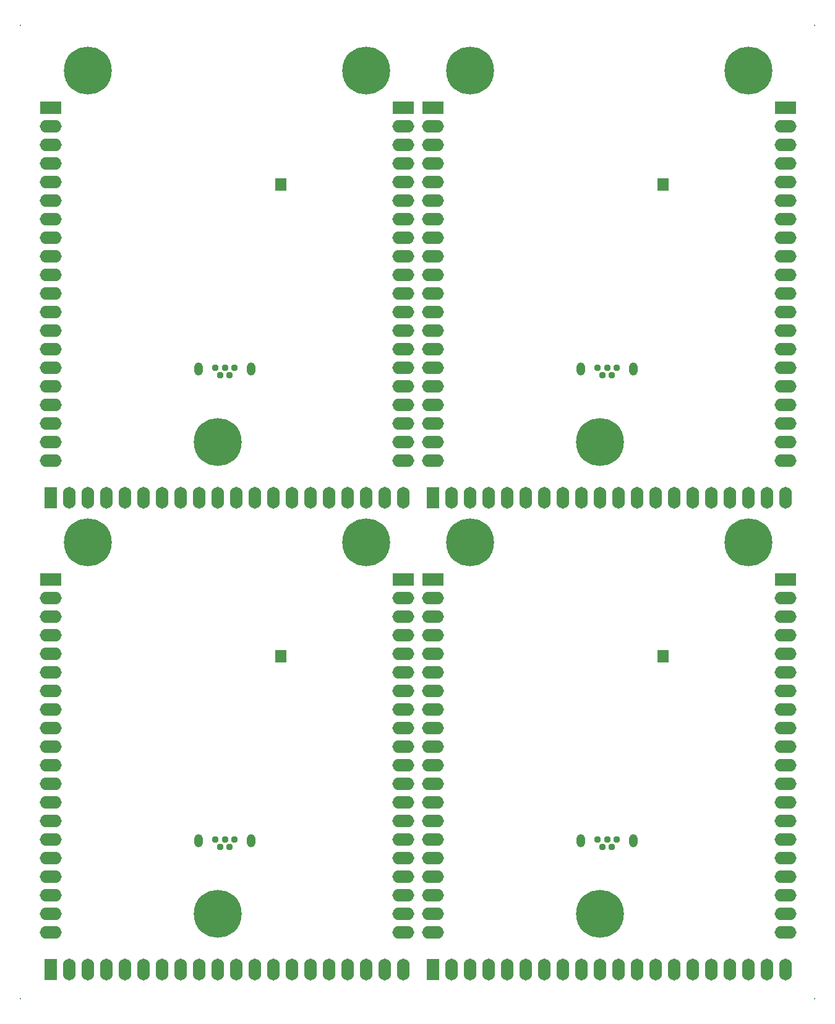
<source format=gbs>
G04 Layer_Color=16711935*
%FSLAX25Y25*%
%MOIN*%
G70*
G01*
G75*
%ADD48C,0.00800*%
%ADD49C,0.25800*%
%ADD50R,0.11800X0.06800*%
%ADD51O,0.11800X0.06800*%
%ADD52R,0.06800X0.11800*%
%ADD53O,0.06800X0.11800*%
%ADD54C,0.03753*%
G04:AMPARAMS|DCode=55|XSize=47.37mil|YSize=70.99mil|CornerRadius=23.68mil|HoleSize=0mil|Usage=FLASHONLY|Rotation=0.000|XOffset=0mil|YOffset=0mil|HoleType=Round|Shape=RoundedRectangle|*
%AMROUNDEDRECTD55*
21,1,0.04737,0.02362,0,0,0.0*
21,1,0.00000,0.07099,0,0,0.0*
1,1,0.04737,0.00000,-0.01181*
1,1,0.04737,0.00000,-0.01181*
1,1,0.04737,0.00000,0.01181*
1,1,0.04737,0.00000,0.01181*
%
%ADD55ROUNDEDRECTD55*%
%ADD56R,0.06299X0.07087*%
%ADD57R,0.05800X0.03300*%
D48*
X-7874Y516374D02*
D03*
X-7874Y-7874D02*
D03*
X419874D02*
D03*
Y516374D02*
D03*
D49*
X98200Y37800D02*
D03*
X28200Y237800D02*
D03*
X178200D02*
D03*
X304200Y37800D02*
D03*
X234200Y237800D02*
D03*
X384200D02*
D03*
X98200Y291800D02*
D03*
X28200Y491800D02*
D03*
X178200D02*
D03*
X304200Y291800D02*
D03*
X234200Y491800D02*
D03*
X384200D02*
D03*
D50*
X8200Y217800D02*
D03*
X198200D02*
D03*
X214200D02*
D03*
X404200D02*
D03*
X8200Y471800D02*
D03*
X198200D02*
D03*
X214200D02*
D03*
X404200D02*
D03*
D51*
X8200Y207800D02*
D03*
Y197800D02*
D03*
Y187800D02*
D03*
Y177800D02*
D03*
Y167800D02*
D03*
Y157800D02*
D03*
Y147800D02*
D03*
Y137800D02*
D03*
Y127800D02*
D03*
Y117800D02*
D03*
Y107800D02*
D03*
Y97800D02*
D03*
Y87800D02*
D03*
Y77800D02*
D03*
Y67800D02*
D03*
Y57800D02*
D03*
Y47800D02*
D03*
Y37800D02*
D03*
Y27800D02*
D03*
X198200Y207800D02*
D03*
Y197800D02*
D03*
Y187800D02*
D03*
Y177800D02*
D03*
Y167800D02*
D03*
Y157800D02*
D03*
Y147800D02*
D03*
Y137800D02*
D03*
Y127800D02*
D03*
Y117800D02*
D03*
Y107800D02*
D03*
Y97800D02*
D03*
Y87800D02*
D03*
Y77800D02*
D03*
Y67800D02*
D03*
Y57800D02*
D03*
Y47800D02*
D03*
Y37800D02*
D03*
Y27800D02*
D03*
X214200Y207800D02*
D03*
Y197800D02*
D03*
Y187800D02*
D03*
Y177800D02*
D03*
Y167800D02*
D03*
Y157800D02*
D03*
Y147800D02*
D03*
Y137800D02*
D03*
Y127800D02*
D03*
Y117800D02*
D03*
Y107800D02*
D03*
Y97800D02*
D03*
Y87800D02*
D03*
Y77800D02*
D03*
Y67800D02*
D03*
Y57800D02*
D03*
Y47800D02*
D03*
Y37800D02*
D03*
Y27800D02*
D03*
X404200Y207800D02*
D03*
Y197800D02*
D03*
Y187800D02*
D03*
Y177800D02*
D03*
Y167800D02*
D03*
Y157800D02*
D03*
Y147800D02*
D03*
Y137800D02*
D03*
Y127800D02*
D03*
Y117800D02*
D03*
Y107800D02*
D03*
Y97800D02*
D03*
Y87800D02*
D03*
Y77800D02*
D03*
Y67800D02*
D03*
Y57800D02*
D03*
Y47800D02*
D03*
Y37800D02*
D03*
Y27800D02*
D03*
X8200Y461800D02*
D03*
Y451800D02*
D03*
Y441800D02*
D03*
Y431800D02*
D03*
Y421800D02*
D03*
Y411800D02*
D03*
Y401800D02*
D03*
Y391800D02*
D03*
Y381800D02*
D03*
Y371800D02*
D03*
Y361800D02*
D03*
Y351800D02*
D03*
Y341800D02*
D03*
Y331800D02*
D03*
Y321800D02*
D03*
Y311800D02*
D03*
Y301800D02*
D03*
Y291800D02*
D03*
Y281800D02*
D03*
X198200Y461800D02*
D03*
Y451800D02*
D03*
Y441800D02*
D03*
Y431800D02*
D03*
Y421800D02*
D03*
Y411800D02*
D03*
Y401800D02*
D03*
Y391800D02*
D03*
Y381800D02*
D03*
Y371800D02*
D03*
Y361800D02*
D03*
Y351800D02*
D03*
Y341800D02*
D03*
Y331800D02*
D03*
Y321800D02*
D03*
Y311800D02*
D03*
Y301800D02*
D03*
Y291800D02*
D03*
Y281800D02*
D03*
X214200Y461800D02*
D03*
Y451800D02*
D03*
Y441800D02*
D03*
Y431800D02*
D03*
Y421800D02*
D03*
Y411800D02*
D03*
Y401800D02*
D03*
Y391800D02*
D03*
Y381800D02*
D03*
Y371800D02*
D03*
Y361800D02*
D03*
Y351800D02*
D03*
Y341800D02*
D03*
Y331800D02*
D03*
Y321800D02*
D03*
Y311800D02*
D03*
Y301800D02*
D03*
Y291800D02*
D03*
Y281800D02*
D03*
X404200Y461800D02*
D03*
Y451800D02*
D03*
Y441800D02*
D03*
Y431800D02*
D03*
Y421800D02*
D03*
Y411800D02*
D03*
Y401800D02*
D03*
Y391800D02*
D03*
Y381800D02*
D03*
Y371800D02*
D03*
Y361800D02*
D03*
Y351800D02*
D03*
Y341800D02*
D03*
Y331800D02*
D03*
Y321800D02*
D03*
Y311800D02*
D03*
Y301800D02*
D03*
Y291800D02*
D03*
Y281800D02*
D03*
D52*
X8200Y7800D02*
D03*
X214200D02*
D03*
X8200Y261800D02*
D03*
X214200D02*
D03*
D53*
X18200Y7800D02*
D03*
X28200D02*
D03*
X38200D02*
D03*
X48200D02*
D03*
X58200D02*
D03*
X68200D02*
D03*
X78200D02*
D03*
X88200D02*
D03*
X98200D02*
D03*
X108200D02*
D03*
X118200D02*
D03*
X128200D02*
D03*
X138200D02*
D03*
X148200D02*
D03*
X158200D02*
D03*
X168200D02*
D03*
X178200D02*
D03*
X188200D02*
D03*
X198200D02*
D03*
X224200D02*
D03*
X234200D02*
D03*
X244200D02*
D03*
X254200D02*
D03*
X264200D02*
D03*
X274200D02*
D03*
X284200D02*
D03*
X294200D02*
D03*
X304200D02*
D03*
X314200D02*
D03*
X324200D02*
D03*
X334200D02*
D03*
X344200D02*
D03*
X354200D02*
D03*
X364200D02*
D03*
X374200D02*
D03*
X384200D02*
D03*
X394200D02*
D03*
X404200D02*
D03*
X18200Y261800D02*
D03*
X28200D02*
D03*
X38200D02*
D03*
X48200D02*
D03*
X58200D02*
D03*
X68200D02*
D03*
X78200D02*
D03*
X88200D02*
D03*
X98200D02*
D03*
X108200D02*
D03*
X118200D02*
D03*
X128200D02*
D03*
X138200D02*
D03*
X148200D02*
D03*
X158200D02*
D03*
X168200D02*
D03*
X178200D02*
D03*
X188200D02*
D03*
X198200D02*
D03*
X224200D02*
D03*
X234200D02*
D03*
X244200D02*
D03*
X254200D02*
D03*
X264200D02*
D03*
X274200D02*
D03*
X284200D02*
D03*
X294200D02*
D03*
X304200D02*
D03*
X314200D02*
D03*
X324200D02*
D03*
X334200D02*
D03*
X344200D02*
D03*
X354200D02*
D03*
X364200D02*
D03*
X374200D02*
D03*
X384200D02*
D03*
X394200D02*
D03*
X404200D02*
D03*
D54*
X97064Y78000D02*
D03*
X99623Y74063D02*
D03*
X102182Y78000D02*
D03*
X107300D02*
D03*
X104741Y74063D02*
D03*
X303064Y78000D02*
D03*
X305623Y74063D02*
D03*
X308182Y78000D02*
D03*
X313300D02*
D03*
X310741Y74063D02*
D03*
X97064Y332000D02*
D03*
X99623Y328063D02*
D03*
X102182Y332000D02*
D03*
X107300D02*
D03*
X104741Y328063D02*
D03*
X303064Y332000D02*
D03*
X305623Y328063D02*
D03*
X308182Y332000D02*
D03*
X313300D02*
D03*
X310741Y328063D02*
D03*
D55*
X88107Y77134D02*
D03*
X116257D02*
D03*
X294107D02*
D03*
X322257D02*
D03*
X88107Y331134D02*
D03*
X116257D02*
D03*
X294107D02*
D03*
X322257D02*
D03*
D56*
X132200Y176622D02*
D03*
X338200D02*
D03*
X132200Y430622D02*
D03*
X338200D02*
D03*
D57*
X132200Y175000D02*
D03*
Y178243D02*
D03*
X338200Y175000D02*
D03*
Y178243D02*
D03*
X132200Y429000D02*
D03*
Y432243D02*
D03*
X338200Y429000D02*
D03*
Y432243D02*
D03*
M02*

</source>
